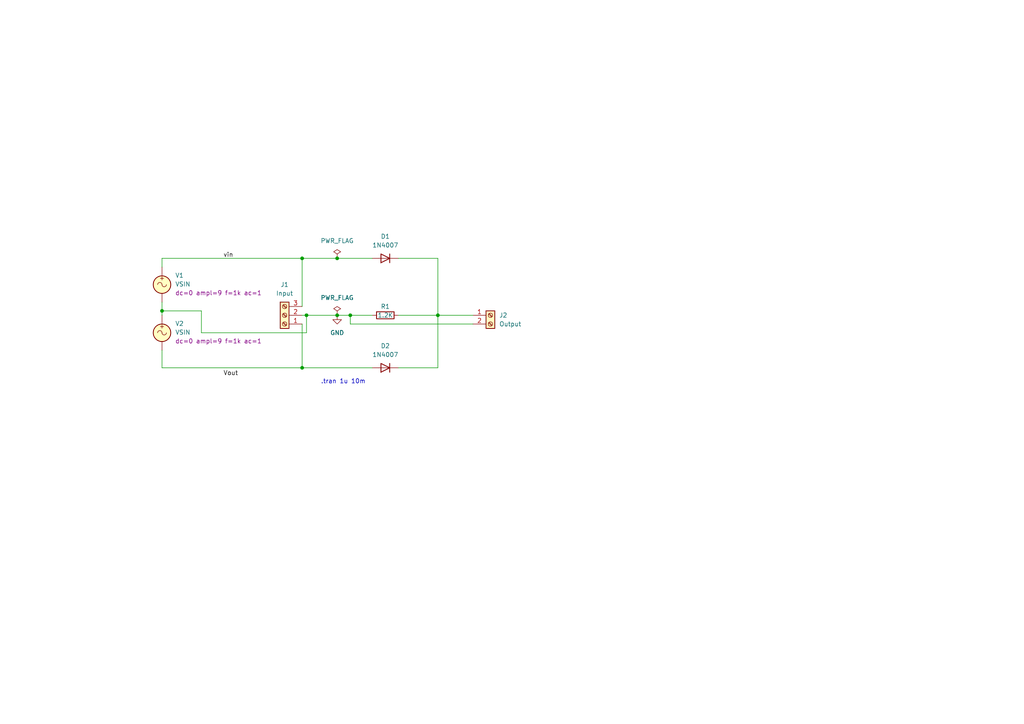
<source format=kicad_sch>
(kicad_sch (version 20250114) (generator "eeschema") (generator_version "9.0")
  (paper "A4")
  (lib_symbols
    (symbol "Connector:Screw_Terminal_01x02" (pin_names (offset 1.016) (hide yes))
      (property "Reference" "J" (at 0 2.54 0))
      (property "Value" "Screw_Terminal_01x02" (at 0 -5.08 0))
      (symbol "Screw_Terminal_01x02_1_1"
        (rectangle (start -1.27 1.27) (end 1.27 -3.81) (stroke (width 0.254)) (fill (type background)))
        (polyline (pts (xy -0.5334 0.3302) (xy 0.3302 -0.508)) (stroke (width 0.1524)))
        (polyline (pts (xy -0.5334 -2.2098) (xy 0.3302 -3.048)) (stroke (width 0.1524)))
        (polyline (pts (xy -0.3556 0.508) (xy 0.508 -0.3302)) (stroke (width 0.1524)))
        (polyline (pts (xy -0.3556 -2.032) (xy 0.508 -2.8702)) (stroke (width 0.1524)))
        (circle (center 0 0) (radius 0.635) (stroke (width 0.1524)))
        (circle (center 0 -2.54) (radius 0.635) (stroke (width 0.1524)))
        (pin passive line (at -5.08 0 0) (length 3.81) (name "Pin_1") (number "1"))
        (pin passive line (at -5.08 -2.54 0) (length 3.81) (name "Pin_2") (number "2"))
      )
    )
    (symbol "Connector:Screw_Terminal_01x03" (pin_names (offset 1.016) (hide yes))
      (property "Reference" "J" (at 0 5.08 0))
      (property "Value" "Screw_Terminal_01x03" (at 0 -5.08 0))
      (symbol "Screw_Terminal_01x03_1_1"
        (rectangle (start -1.27 3.81) (end 1.27 -3.81) (stroke (width 0.254)) (fill (type background)))
        (polyline (pts (xy -0.5334 2.8702) (xy 0.3302 2.032)) (stroke (width 0.1524)))
        (polyline (pts (xy -0.5334 0.3302) (xy 0.3302 -0.508)) (stroke (width 0.1524)))
        (polyline (pts (xy -0.5334 -2.2098) (xy 0.3302 -3.048)) (stroke (width 0.1524)))
        (polyline (pts (xy -0.3556 3.048) (xy 0.508 2.2098)) (stroke (width 0.1524)))
        (polyline (pts (xy -0.3556 0.508) (xy 0.508 -0.3302)) (stroke (width 0.1524)))
        (polyline (pts (xy -0.3556 -2.032) (xy 0.508 -2.8702)) (stroke (width 0.1524)))
        (circle (center 0 2.54) (radius 0.635) (stroke (width 0.1524)))
        (circle (center 0 0) (radius 0.635) (stroke (width 0.1524)))
        (circle (center 0 -2.54) (radius 0.635) (stroke (width 0.1524)))
        (pin passive line (at -5.08 2.54 0) (length 3.81) (name "Pin_1") (number "1"))
        (pin passive line (at -5.08 0 0) (length 3.81) (name "Pin_2") (number "2"))
        (pin passive line (at -5.08 -2.54 0) (length 3.81) (name "Pin_3") (number "3"))
      )
    )
    (symbol "Device:R" (pin_numbers (hide yes)) (pin_names (offset 0))
      (property "Reference" "R" (at 2.032 0 90))
      (property "Value" "R" (at 0 0 90))
      (symbol "R_0_1"
        (rectangle (start -1.016 -2.54) (end 1.016 2.54) (stroke (width 0.254)))
      )
      (symbol "R_1_1"
        (pin passive line (at 0 3.81 270) (length 1.27) (name "~") (number "1"))
        (pin passive line (at 0 -3.81 90) (length 1.27) (name "~") (number "2"))
      )
    )
    (symbol "Diode:1N4007" (pin_numbers (hide yes)) (pin_names (hide yes))
      (property "Reference" "D" (at 0 2.54 0))
      (property "Value" "1N4007" (at 0 -2.54 0))
      (symbol "1N4007_0_1"
        (polyline (pts (xy -1.27 1.27) (xy -1.27 -1.27)) (stroke (width 0.254)))
        (polyline (pts (xy 1.27 1.27) (xy 1.27 -1.27) (xy -1.27 0) (xy 1.27 1.27)) (stroke (width 0.254)))
        (polyline (pts (xy 1.27 0) (xy -1.27 0)))
      )
      (symbol "1N4007_1_1"
        (pin passive line (at -3.81 0 0) (length 2.54) (name "K") (number "1"))
        (pin passive line (at 3.81 0 180) (length 2.54) (name "A") (number "2"))
      )
    )
    (symbol "Simulation_SPICE:VSIN" (pin_numbers (hide yes)) (pin_names (offset 0.0254))
      (property "Reference" "V" (at 2.54 2.54 0))
      (property "Value" "VSIN" (at 2.54 0 0))
      (property "Sim.Params" "dc=0 ampl=1 f=1k ac=1" (at 2.54 -2.54 0))
      (symbol "VSIN_0_0"
        (arc (start -1.27 0) (mid -0.635 0.6323) (end 0 0))
        (arc (start 1.27 0) (mid 0.635 -0.6323) (end 0 0))
        (text "+" (at 0 1.905 0) (effects (font (size 1.27 1.27))))
      )
      (symbol "VSIN_0_1"
        (circle (center 0 0) (radius 2.54) (stroke (width 0.254)) (fill (type background)))
      )
      (symbol "VSIN_1_1"
        (pin passive line (at 0 5.08 270) (length 2.54) (name "~") (number "1"))
        (pin passive line (at 0 -5.08 90) (length 2.54) (name "~") (number "2"))
      )
    )
    (symbol "power:GND" (power) (pin_numbers (hide yes)) (pin_names (offset 0) (hide yes))
      (property "Value" "GND" (at 0 -3.81 0))
      (symbol "GND_0_1"
        (polyline (pts (xy 0 0) (xy 0 -1.27) (xy 1.27 -1.27) (xy 0 -2.54) (xy -1.27 -1.27) (xy 0 -1.27)))
      )
      (symbol "GND_1_1"
        (pin power_in line (at 0 0 270) (length 0) (name "~") (number "1"))
      )
    )
    (symbol "power:PWR_FLAG" (power) (pin_numbers (hide yes)) (pin_names (offset 0) (hide yes))
      (property "Value" "PWR_FLAG" (at 0 3.81 0))
      (symbol "PWR_FLAG_0_0"
        (pin power_out line (at 0 0 90) (length 0) (name "~") (number "1"))
      )
      (symbol "PWR_FLAG_0_1"
        (polyline (pts (xy 0 0) (xy 0 1.27) (xy -1.016 1.905) (xy 0 2.54) (xy 1.016 1.905) (xy 0 1.27)))
      )
    )
  )
  (text ".tran 1u 10m" (at 99.568 110.744 0) (effects (font (size 1.27 1.27))))
  (junction (at 87.63 106.68))
  (junction (at 101.6 91.44))
  (junction (at 46.99 90.17))
  (junction (at 97.79 74.93))
  (junction (at 127 91.44))
  (junction (at 88.9 91.44))
  (junction (at 97.79 91.44))
  (junction (at 87.63 74.93))
  (wire (pts (xy 115.57 74.93) (xy 127 74.93)))
  (wire (pts (xy 87.63 91.44) (xy 88.9 91.44)))
  (wire (pts (xy 87.63 74.93) (xy 87.63 88.9)))
  (wire (pts (xy 87.63 106.68) (xy 107.95 106.68)))
  (wire (pts (xy 101.6 91.44) (xy 107.95 91.44)))
  (wire (pts (xy 97.79 74.93) (xy 87.63 74.93)))
  (wire (pts (xy 46.99 87.63) (xy 46.99 90.17)))
  (wire (pts (xy 46.99 106.68) (xy 87.63 106.68)))
  (wire (pts (xy 58.42 96.52) (xy 58.42 90.17)))
  (wire (pts (xy 127 74.93) (xy 127 91.44)))
  (wire (pts (xy 46.99 101.6) (xy 46.99 106.68)))
  (wire (pts (xy 88.9 96.52) (xy 58.42 96.52)))
  (wire (pts (xy 88.9 91.44) (xy 97.79 91.44)))
  (wire (pts (xy 88.9 91.44) (xy 88.9 96.52)))
  (wire (pts (xy 46.99 74.93) (xy 87.63 74.93)))
  (wire (pts (xy 58.42 90.17) (xy 46.99 90.17)))
  (wire (pts (xy 107.95 74.93) (xy 97.79 74.93)))
  (wire (pts (xy 101.6 93.98) (xy 101.6 91.44)))
  (wire (pts (xy 127 91.44) (xy 137.16 91.44)))
  (wire (pts (xy 87.63 93.98) (xy 87.63 106.68)))
  (wire (pts (xy 46.99 77.47) (xy 46.99 74.93)))
  (wire (pts (xy 127 91.44) (xy 127 106.68)))
  (wire (pts (xy 127 106.68) (xy 115.57 106.68)))
  (wire (pts (xy 137.16 93.98) (xy 101.6 93.98)))
  (wire (pts (xy 115.57 91.44) (xy 127 91.44)))
  (wire (pts (xy 97.79 91.44) (xy 101.6 91.44)))
  (wire (pts (xy 46.99 90.17) (xy 46.99 91.44)))
  (label "vin" (at 64.77 74.93 0))
  (label "Vout" (at 64.77 109.22 0))
  (symbol (lib_id "Device:R") (at 111.76 91.44 90) (unit 1)
    (property "Reference" "R1" (at 111.76 88.9 90))
    (property "Value" "1.2K" (at 111.76 91.44 90))
    (property "Footprint" "Resistor_THT:R_Axial_DIN0207_L6.3mm_D2.5mm_P10.16mm_Horizontal" (effects (hide yes)))
    (property "Description" "Resistor" (effects (hide yes)))
  )
  (symbol (lib_id "power:PWR_FLAG") (at 97.79 74.93 0) (unit 1)
    (property "Reference" "#FLG01" (effects (hide yes)))
    (property "Value" "PWR_FLAG" (at 97.79 69.85 0))
    (property "Description" "Special symbol for telling ERC where power comes from" (effects (hide yes)))
  )
  (symbol (lib_id "Simulation_SPICE:VSIN") (at 46.99 82.55 0) (unit 1)
    (property "Reference" "V1" (at 50.8 79.8801 0) (effects (justify left)))
    (property "Value" "VSIN" (at 50.8 82.4201 0) (effects (justify left)))
    (property "Datasheet" "https://ngspice.sourceforge.io/docs/ngspice-html-manual/manual.xhtml#sec_Independent_Sources_for" (effects (hide yes)))
    (property "Description" "Voltage source, sinusoidal" (effects (hide yes)))
    (property "Sim.Pins" "1=+ 2=-" (effects (hide yes)))
    (property "Sim.Params" "dc=0 ampl=9 f=1k ac=1" (at 50.8 84.9601 0) (effects (justify left)))
    (property "Sim.Type" "SIN" (effects (hide yes)))
    (property "Sim.Device" "V" (effects (hide yes)))
  )
  (symbol (lib_id "Diode:1N4007") (at 111.76 106.68 180) (unit 1)
    (property "Reference" "D2" (at 111.76 100.33 0))
    (property "Value" "1N4007" (at 111.76 102.87 0))
    (property "Footprint" "Diode_THT:D_DO-41_SOD81_P10.16mm_Horizontal" (effects (hide yes)))
    (property "Datasheet" "http://www.vishay.com/docs/88503/1n4001.pdf" (effects (hide yes)))
    (property "Description" "1000V 1A General Purpose Rectifier Diode, DO-41" (effects (hide yes)))
    (property "Sim.Device" "D" (effects (hide yes)))
    (property "Sim.Pins" "1=K 2=A" (effects (hide yes)))
  )
  (symbol (lib_id "power:PWR_FLAG") (at 97.79 91.44 0) (unit 1)
    (property "Reference" "#FLG02" (effects (hide yes)))
    (property "Value" "PWR_FLAG" (at 97.79 86.36 0))
    (property "Description" "Special symbol for telling ERC where power comes from" (effects (hide yes)))
  )
  (symbol (lib_id "Diode:1N4007") (at 111.76 74.93 180) (unit 1)
    (property "Reference" "D1" (at 111.76 68.58 0))
    (property "Value" "1N4007" (at 111.76 71.12 0))
    (property "Footprint" "Diode_THT:D_DO-41_SOD81_P10.16mm_Horizontal" (effects (hide yes)))
    (property "Datasheet" "http://www.vishay.com/docs/88503/1n4001.pdf" (effects (hide yes)))
    (property "Description" "1000V 1A General Purpose Rectifier Diode, DO-41" (effects (hide yes)))
    (property "Sim.Device" "D" (effects (hide yes)))
    (property "Sim.Pins" "1=K 2=A" (effects (hide yes)))
  )
  (symbol (lib_id "Simulation_SPICE:VSIN") (at 46.99 96.52 0) (unit 1)
    (property "Reference" "V2" (at 50.8 93.8501 0) (effects (justify left)))
    (property "Value" "VSIN" (at 50.8 96.3901 0) (effects (justify left)))
    (property "Datasheet" "https://ngspice.sourceforge.io/docs/ngspice-html-manual/manual.xhtml#sec_Independent_Sources_for" (effects (hide yes)))
    (property "Description" "Voltage source, sinusoidal" (effects (hide yes)))
    (property "Sim.Pins" "1=+ 2=-" (effects (hide yes)))
    (property "Sim.Params" "dc=0 ampl=9 f=1k ac=1" (at 50.8 98.9301 0) (effects (justify left)))
    (property "Sim.Type" "SIN" (effects (hide yes)))
    (property "Sim.Device" "V" (effects (hide yes)))
  )
  (symbol (lib_id "Connector:Screw_Terminal_01x02") (at 142.24 91.44 0) (unit 1) (exclude_from_sim yes)
    (property "Reference" "J2" (at 144.78 91.4399 0) (effects (justify left)))
    (property "Value" "Output" (at 144.78 93.9799 0) (effects (justify left)))
    (property "Footprint" "TerminalBlock_Phoenix:TerminalBlock_Phoenix_MKDS-1,5-2_1x02_P5.00mm_Horizontal" (effects (hide yes)))
    (property "Description" "Generic screw terminal, single row, 01x02, script generated (kicad-library-utils/schlib/autogen/connector/)" (effects (hide yes)))
  )
  (symbol (lib_id "power:GND") (at 97.79 91.44 0) (unit 1)
    (property "Reference" "#PWR01" (effects (hide yes)))
    (property "Value" "GND" (at 97.79 96.52 0))
    (property "Description" "Power symbol creates a global label with name \"GND\" , ground" (effects (hide yes)))
  )
  (symbol (lib_id "Connector:Screw_Terminal_01x03") (at 82.55 91.44 180) (unit 1) (exclude_from_sim yes)
    (property "Reference" "J1" (at 82.55 82.55 0))
    (property "Value" "Input" (at 82.55 85.09 0))
    (property "Footprint" "TerminalBlock_Phoenix:TerminalBlock_Phoenix_MKDS-1,5-3_1x03_P5.00mm_Horizontal" (effects (hide yes)))
    (property "Description" "Generic screw terminal, single row, 01x03, script generated (kicad-library-utils/schlib/autogen/connector/)" (effects (hide yes)))
  )
)
</source>
